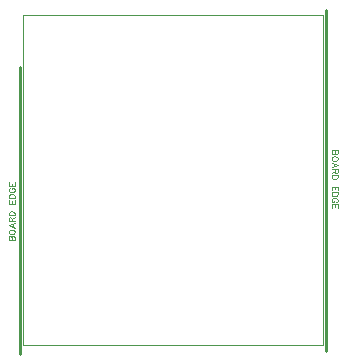
<source format=gbr>
G04 DipTrace 3.0.0.2*
G04 esp32-lighthouse-9dof-single-TopAssy.gbr*
%MOIN*%
G04 #@! TF.FileFunction,Drawing,Top*
G04 #@! TF.Part,Single*
%ADD10C,0.009843*%
%ADD16C,0.003937*%
%ADD61C,0.003088*%
%FSLAX26Y26*%
G04*
G70*
G90*
G75*
G01*
G04 TopAssy*
%LPD*%
X-509839Y-478740D2*
D10*
Y478740D1*
X509839Y668504D2*
Y-468504D1*
X-500000Y650000D2*
D16*
X500000D1*
Y-450000D1*
X-500000D1*
Y650000D1*
X-548138Y-99470D2*
D61*
X-528042D1*
Y-90848D1*
X-529014Y-87974D1*
X-529965Y-87024D1*
X-531866Y-86073D1*
X-534740D1*
X-536664Y-87023D1*
X-537614Y-87974D1*
X-538565Y-90848D1*
X-539538Y-87974D1*
X-540488Y-87023D1*
X-542390Y-86073D1*
X-544313D1*
X-546214Y-87023D1*
X-547187Y-87974D1*
X-548138Y-90848D1*
Y-99470D1*
X-538565D2*
Y-90848D1*
X-548138Y-74149D2*
X-547187Y-76072D1*
X-545264Y-77974D1*
X-543362Y-78947D1*
X-540488Y-79897D1*
X-535691D1*
X-532839Y-78947D1*
X-530916Y-77974D1*
X-529014Y-76073D1*
X-528042Y-74149D1*
Y-70325D1*
X-529014Y-68423D1*
X-530916Y-66500D1*
X-532839Y-65549D1*
X-535691Y-64599D1*
X-540488D1*
X-543362Y-65549D1*
X-545264Y-66500D1*
X-547187Y-68423D1*
X-548138Y-70324D1*
Y-74149D1*
X-528042Y-43102D2*
X-548138Y-50774D1*
X-528042Y-58423D1*
X-534740Y-55549D2*
Y-45976D1*
X-538565Y-36926D2*
Y-28327D1*
X-539538Y-25453D1*
X-540488Y-24480D1*
X-542390Y-23529D1*
X-544313D1*
X-546214Y-24480D1*
X-547187Y-25453D1*
X-548138Y-28327D1*
Y-36926D1*
X-528042D1*
X-538565Y-30228D2*
X-528042Y-23529D1*
X-548138Y-17353D2*
X-528042D1*
Y-10655D1*
X-529015Y-7781D1*
X-530916Y-5857D1*
X-532839Y-4907D1*
X-535691Y-3956D1*
X-540488D1*
X-543362Y-4907D1*
X-545264Y-5857D1*
X-547187Y-7781D1*
X-548138Y-10655D1*
Y-17353D1*
Y34085D2*
Y21660D1*
X-528042D1*
Y34085D1*
X-538565Y21660D2*
Y29309D1*
X-548138Y40260D2*
X-528042D1*
Y46959D1*
X-529015Y49833D1*
X-530916Y51756D1*
X-532839Y52707D1*
X-535691Y53658D1*
X-540488D1*
X-543362Y52707D1*
X-545264Y51756D1*
X-547187Y49833D1*
X-548138Y46959D1*
Y40260D1*
X-543362Y74181D2*
X-545264Y73231D1*
X-547187Y71307D1*
X-548138Y69406D1*
Y65581D1*
X-547187Y63658D1*
X-545264Y61757D1*
X-543362Y60784D1*
X-540488Y59833D1*
X-535691D1*
X-532839Y60784D1*
X-530916Y61757D1*
X-529015Y63658D1*
X-528042Y65581D1*
Y69406D1*
X-529015Y71307D1*
X-530916Y73231D1*
X-532839Y74181D1*
X-535691D1*
Y69406D1*
X-548138Y92782D2*
Y80357D1*
X-528042D1*
Y92782D1*
X-538565Y80357D2*
Y88006D1*
X548138Y199422D2*
X528042D1*
Y190800D1*
X529014Y187926D1*
X529965Y186976D1*
X531866Y186025D1*
X534740D1*
X536664Y186976D1*
X537614Y187926D1*
X538565Y190800D1*
X539538Y187926D1*
X540488Y186976D1*
X542390Y186025D1*
X544313D1*
X546214Y186976D1*
X547187Y187926D1*
X548138Y190800D1*
Y199422D1*
X538565D2*
Y190800D1*
X548138Y174101D2*
X547187Y176025D1*
X545264Y177926D1*
X543362Y178899D1*
X540488Y179849D1*
X535691D1*
X532839Y178899D1*
X530916Y177926D1*
X529014Y176025D1*
X528042Y174101D1*
Y170277D1*
X529014Y168375D1*
X530916Y166452D1*
X532839Y165501D1*
X535691Y164551D1*
X540488D1*
X543362Y165501D1*
X545264Y166452D1*
X547187Y168375D1*
X548138Y170277D1*
Y174101D1*
X528042Y143054D2*
X548138Y150726D1*
X528042Y158375D1*
X534740Y155501D2*
Y145928D1*
X538565Y136879D2*
Y128279D1*
X539538Y125405D1*
X540488Y124432D1*
X542390Y123481D1*
X544313D1*
X546214Y124432D1*
X547187Y125405D1*
X548138Y128279D1*
Y136879D1*
X528042D1*
X538565Y130180D2*
X528042Y123481D1*
X548138Y117306D2*
X528042D1*
Y110607D1*
X529015Y107733D1*
X530916Y105810D1*
X532839Y104859D1*
X535691Y103908D1*
X540488D1*
X543362Y104859D1*
X545264Y105810D1*
X547187Y107733D1*
X548138Y110607D1*
Y117306D1*
Y65868D2*
Y78292D1*
X528042D1*
Y65868D1*
X538565Y78292D2*
Y70643D1*
X548138Y59692D2*
X528042D1*
Y52993D1*
X529015Y50119D1*
X530916Y48196D1*
X532839Y47245D1*
X535691Y46295D1*
X540488D1*
X543362Y47245D1*
X545264Y48196D1*
X547187Y50119D1*
X548138Y52993D1*
Y59692D1*
X543362Y25771D2*
X545264Y26722D1*
X547187Y28645D1*
X548138Y30546D1*
Y34371D1*
X547187Y36294D1*
X545264Y38195D1*
X543362Y39168D1*
X540488Y40119D1*
X535691D1*
X532839Y39168D1*
X530916Y38195D1*
X529015Y36294D1*
X528042Y34371D1*
Y30546D1*
X529015Y28645D1*
X530916Y26722D1*
X532839Y25771D1*
X535691D1*
Y30546D1*
X548138Y7171D2*
Y19595D1*
X528042D1*
Y7171D1*
X538565Y19595D2*
Y11946D1*
M02*

</source>
